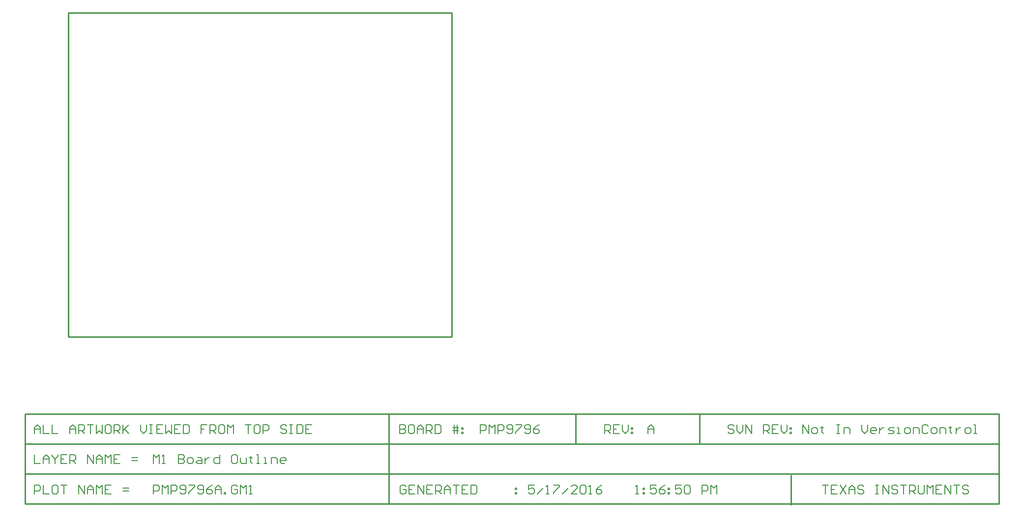
<source format=gm1>
G04 Layer_Color=11296232*
%FSAX25Y25*%
%MOIN*%
G70*
G01*
G75*
%ADD22C,0.01000*%
%ADD26C,0.00800*%
G54D22*
X0069200Y0153400D02*
X0329200D01*
Y0373400D01*
X0069200D02*
X0329200D01*
X0069200Y0153400D02*
Y0373400D01*
X0559400Y0039400D02*
Y0059683D01*
X0440500Y0040050D02*
X0700200D01*
Y0101050D01*
X0286500Y0040050D02*
Y0101050D01*
X0040000Y0040050D02*
Y0101050D01*
X0040050Y0040050D02*
X0197600D01*
X0040050D02*
Y0101050D01*
Y0101050D02*
X0700200D01*
X0040000Y0040050D02*
X0440500D01*
X0040000Y0060383D02*
X0700000D01*
X0040000Y0080717D02*
X0700200D01*
X0413200D02*
Y0101050D01*
X0497200Y0080717D02*
Y0101050D01*
G54D26*
X0126900Y0067551D02*
Y0073549D01*
X0128899Y0071549D01*
X0130899Y0073549D01*
Y0067551D01*
X0132898D02*
X0134897D01*
X0133898D01*
Y0073549D01*
X0132898Y0072549D01*
X0143895Y0073549D02*
Y0067551D01*
X0146894D01*
X0147893Y0068550D01*
Y0069550D01*
X0146894Y0070550D01*
X0143895D01*
X0146894D01*
X0147893Y0071549D01*
Y0072549D01*
X0146894Y0073549D01*
X0143895D01*
X0150892Y0067551D02*
X0152892D01*
X0153891Y0068550D01*
Y0070550D01*
X0152892Y0071549D01*
X0150892D01*
X0149893Y0070550D01*
Y0068550D01*
X0150892Y0067551D01*
X0156890Y0071549D02*
X0158890D01*
X0159889Y0070550D01*
Y0067551D01*
X0156890D01*
X0155891Y0068550D01*
X0156890Y0069550D01*
X0159889D01*
X0161889Y0071549D02*
Y0067551D01*
Y0069550D01*
X0162888Y0070550D01*
X0163888Y0071549D01*
X0164888D01*
X0171885Y0073549D02*
Y0067551D01*
X0168886D01*
X0167887Y0068550D01*
Y0070550D01*
X0168886Y0071549D01*
X0171885D01*
X0182882Y0073549D02*
X0180883D01*
X0179883Y0072549D01*
Y0068550D01*
X0180883Y0067551D01*
X0182882D01*
X0183882Y0068550D01*
Y0072549D01*
X0182882Y0073549D01*
X0185881Y0071549D02*
Y0068550D01*
X0186881Y0067551D01*
X0189880D01*
Y0071549D01*
X0192879Y0072549D02*
Y0071549D01*
X0191879D01*
X0193878D01*
X0192879D01*
Y0068550D01*
X0193878Y0067551D01*
X0196877D02*
X0198877D01*
X0197877D01*
Y0073549D01*
X0196877D01*
X0201876Y0067551D02*
X0203875D01*
X0202875D01*
Y0071549D01*
X0201876D01*
X0206874Y0067551D02*
Y0071549D01*
X0209873D01*
X0210873Y0070550D01*
Y0067551D01*
X0215871D02*
X0213872D01*
X0212872Y0068550D01*
Y0070550D01*
X0213872Y0071549D01*
X0215871D01*
X0216871Y0070550D01*
Y0069550D01*
X0212872D01*
X0580500Y0052965D02*
X0584499D01*
X0582499D01*
Y0046966D01*
X0590497Y0052965D02*
X0586498D01*
Y0046966D01*
X0590497D01*
X0586498Y0049966D02*
X0588497D01*
X0592496Y0052965D02*
X0596495Y0046966D01*
Y0052965D02*
X0592496Y0046966D01*
X0598494D02*
Y0050965D01*
X0600493Y0052965D01*
X0602493Y0050965D01*
Y0046966D01*
Y0049966D01*
X0598494D01*
X0608491Y0051965D02*
X0607491Y0052965D01*
X0605492D01*
X0604492Y0051965D01*
Y0050965D01*
X0605492Y0049966D01*
X0607491D01*
X0608491Y0048966D01*
Y0047966D01*
X0607491Y0046966D01*
X0605492D01*
X0604492Y0047966D01*
X0616488Y0052965D02*
X0618488D01*
X0617488D01*
Y0046966D01*
X0616488D01*
X0618488D01*
X0621487D02*
Y0052965D01*
X0625486Y0046966D01*
Y0052965D01*
X0631484Y0051965D02*
X0630484Y0052965D01*
X0628484D01*
X0627485Y0051965D01*
Y0050965D01*
X0628484Y0049966D01*
X0630484D01*
X0631484Y0048966D01*
Y0047966D01*
X0630484Y0046966D01*
X0628484D01*
X0627485Y0047966D01*
X0633483Y0052965D02*
X0637482D01*
X0635482D01*
Y0046966D01*
X0639481D02*
Y0052965D01*
X0642480D01*
X0643480Y0051965D01*
Y0049966D01*
X0642480Y0048966D01*
X0639481D01*
X0641480D02*
X0643480Y0046966D01*
X0645479Y0052965D02*
Y0047966D01*
X0646479Y0046966D01*
X0648478D01*
X0649478Y0047966D01*
Y0052965D01*
X0651477Y0046966D02*
Y0052965D01*
X0653476Y0050965D01*
X0655476Y0052965D01*
Y0046966D01*
X0661474Y0052965D02*
X0657475D01*
Y0046966D01*
X0661474D01*
X0657475Y0049966D02*
X0659474D01*
X0663473Y0046966D02*
Y0052965D01*
X0667472Y0046966D01*
Y0052965D01*
X0669471D02*
X0673470D01*
X0671471D01*
Y0046966D01*
X0679468Y0051965D02*
X0678468Y0052965D01*
X0676469D01*
X0675469Y0051965D01*
Y0050965D01*
X0676469Y0049966D01*
X0678468D01*
X0679468Y0048966D01*
Y0047966D01*
X0678468Y0046966D01*
X0676469D01*
X0675469Y0047966D01*
X0454050Y0046966D02*
X0456049D01*
X0455050D01*
Y0052965D01*
X0454050Y0051965D01*
X0459048Y0050965D02*
X0460048D01*
Y0049966D01*
X0459048D01*
Y0050965D01*
Y0047966D02*
X0460048D01*
Y0046966D01*
X0459048D01*
Y0047966D01*
X0468046Y0052965D02*
X0464047D01*
Y0049966D01*
X0466046Y0050965D01*
X0467046D01*
X0468046Y0049966D01*
Y0047966D01*
X0467046Y0046966D01*
X0465046D01*
X0464047Y0047966D01*
X0474044Y0052965D02*
X0472044Y0051965D01*
X0470045Y0049966D01*
Y0047966D01*
X0471044Y0046966D01*
X0473044D01*
X0474044Y0047966D01*
Y0048966D01*
X0473044Y0049966D01*
X0470045D01*
X0476043Y0050965D02*
X0477043D01*
Y0049966D01*
X0476043D01*
Y0050965D01*
Y0047966D02*
X0477043D01*
Y0046966D01*
X0476043D01*
Y0047966D01*
X0485040Y0052965D02*
X0481041D01*
Y0049966D01*
X0483041Y0050965D01*
X0484040D01*
X0485040Y0049966D01*
Y0047966D01*
X0484040Y0046966D01*
X0482041D01*
X0481041Y0047966D01*
X0487039Y0051965D02*
X0488039Y0052965D01*
X0490038D01*
X0491038Y0051965D01*
Y0047966D01*
X0490038Y0046966D01*
X0488039D01*
X0487039Y0047966D01*
Y0051965D01*
X0499035Y0046966D02*
Y0052965D01*
X0502035D01*
X0503034Y0051965D01*
Y0049966D01*
X0502035Y0048966D01*
X0499035D01*
X0505033Y0046966D02*
Y0052965D01*
X0507033Y0050965D01*
X0509032Y0052965D01*
Y0046966D01*
X0046350D02*
Y0052965D01*
X0049349D01*
X0050349Y0051965D01*
Y0049966D01*
X0049349Y0048966D01*
X0046350D01*
X0052348Y0052965D02*
Y0046966D01*
X0056347D01*
X0061345Y0052965D02*
X0059346D01*
X0058346Y0051965D01*
Y0047966D01*
X0059346Y0046966D01*
X0061345D01*
X0062345Y0047966D01*
Y0051965D01*
X0061345Y0052965D01*
X0064344D02*
X0068343D01*
X0066343D01*
Y0046966D01*
X0076340D02*
Y0052965D01*
X0080339Y0046966D01*
Y0052965D01*
X0082338Y0046966D02*
Y0050965D01*
X0084338Y0052965D01*
X0086337Y0050965D01*
Y0046966D01*
Y0049966D01*
X0082338D01*
X0088336Y0046966D02*
Y0052965D01*
X0090336Y0050965D01*
X0092335Y0052965D01*
Y0046966D01*
X0098333Y0052965D02*
X0094335D01*
Y0046966D01*
X0098333D01*
X0094335Y0049966D02*
X0096334D01*
X0106331Y0048966D02*
X0110329D01*
X0106331Y0050965D02*
X0110329D01*
X0046350Y0073549D02*
Y0067551D01*
X0050349D01*
X0052348D02*
Y0071549D01*
X0054347Y0073549D01*
X0056347Y0071549D01*
Y0067551D01*
Y0070550D01*
X0052348D01*
X0058346Y0073549D02*
Y0072549D01*
X0060346Y0070550D01*
X0062345Y0072549D01*
Y0073549D01*
X0060346Y0070550D02*
Y0067551D01*
X0068343Y0073549D02*
X0064344D01*
Y0067551D01*
X0068343D01*
X0064344Y0070550D02*
X0066343D01*
X0070342Y0067551D02*
Y0073549D01*
X0073341D01*
X0074341Y0072549D01*
Y0070550D01*
X0073341Y0069550D01*
X0070342D01*
X0072342D02*
X0074341Y0067551D01*
X0082338D02*
Y0073549D01*
X0086337Y0067551D01*
Y0073549D01*
X0088336Y0067551D02*
Y0071549D01*
X0090336Y0073549D01*
X0092335Y0071549D01*
Y0067551D01*
Y0070550D01*
X0088336D01*
X0094335Y0067551D02*
Y0073549D01*
X0096334Y0071549D01*
X0098333Y0073549D01*
Y0067551D01*
X0104331Y0073549D02*
X0100332D01*
Y0067551D01*
X0104331D01*
X0100332Y0070550D02*
X0102332D01*
X0112329Y0069550D02*
X0116327D01*
X0112329Y0071549D02*
X0116327D01*
X0294000Y0093831D02*
Y0087833D01*
X0296999D01*
X0297999Y0088833D01*
Y0089833D01*
X0296999Y0090832D01*
X0294000D01*
X0296999D01*
X0297999Y0091832D01*
Y0092832D01*
X0296999Y0093831D01*
X0294000D01*
X0302997D02*
X0300998D01*
X0299998Y0092832D01*
Y0088833D01*
X0300998Y0087833D01*
X0302997D01*
X0303997Y0088833D01*
Y0092832D01*
X0302997Y0093831D01*
X0305996Y0087833D02*
Y0091832D01*
X0307996Y0093831D01*
X0309995Y0091832D01*
Y0087833D01*
Y0090832D01*
X0305996D01*
X0311994Y0087833D02*
Y0093831D01*
X0314993D01*
X0315993Y0092832D01*
Y0090832D01*
X0314993Y0089833D01*
X0311994D01*
X0313994D02*
X0315993Y0087833D01*
X0317992Y0093831D02*
Y0087833D01*
X0320991D01*
X0321991Y0088833D01*
Y0092832D01*
X0320991Y0093831D01*
X0317992D01*
X0330988Y0087833D02*
Y0093831D01*
X0332987D02*
Y0087833D01*
X0329988Y0091832D02*
X0332987D01*
X0333987D01*
X0329988Y0089833D02*
X0333987D01*
X0335986Y0091832D02*
X0336986D01*
Y0090832D01*
X0335986D01*
Y0091832D01*
Y0088833D02*
X0336986D01*
Y0087833D01*
X0335986D01*
Y0088833D01*
X0348550Y0087833D02*
Y0093831D01*
X0351549D01*
X0352549Y0092832D01*
Y0090832D01*
X0351549Y0089833D01*
X0348550D01*
X0354548Y0087833D02*
Y0093831D01*
X0356547Y0091832D01*
X0358547Y0093831D01*
Y0087833D01*
X0360546D02*
Y0093831D01*
X0363545D01*
X0364545Y0092832D01*
Y0090832D01*
X0363545Y0089833D01*
X0360546D01*
X0366544Y0088833D02*
X0367544Y0087833D01*
X0369543D01*
X0370543Y0088833D01*
Y0092832D01*
X0369543Y0093831D01*
X0367544D01*
X0366544Y0092832D01*
Y0091832D01*
X0367544Y0090832D01*
X0370543D01*
X0372542Y0093831D02*
X0376541D01*
Y0092832D01*
X0372542Y0088833D01*
Y0087833D01*
X0378540Y0088833D02*
X0379540Y0087833D01*
X0381539D01*
X0382539Y0088833D01*
Y0092832D01*
X0381539Y0093831D01*
X0379540D01*
X0378540Y0092832D01*
Y0091832D01*
X0379540Y0090832D01*
X0382539D01*
X0388537Y0093831D02*
X0386538Y0092832D01*
X0384538Y0090832D01*
Y0088833D01*
X0385538Y0087833D01*
X0387537D01*
X0388537Y0088833D01*
Y0089833D01*
X0387537Y0090832D01*
X0384538D01*
X0462150Y0087833D02*
Y0091832D01*
X0464149Y0093831D01*
X0466149Y0091832D01*
Y0087833D01*
Y0090832D01*
X0462150D01*
X0046350Y0087833D02*
Y0091832D01*
X0048349Y0093831D01*
X0050349Y0091832D01*
Y0087833D01*
Y0090832D01*
X0046350D01*
X0052348Y0093831D02*
Y0087833D01*
X0056347D01*
X0058346Y0093831D02*
Y0087833D01*
X0062345D01*
X0070342D02*
Y0091832D01*
X0072342Y0093831D01*
X0074341Y0091832D01*
Y0087833D01*
Y0090832D01*
X0070342D01*
X0076340Y0087833D02*
Y0093831D01*
X0079339D01*
X0080339Y0092832D01*
Y0090832D01*
X0079339Y0089833D01*
X0076340D01*
X0078340D02*
X0080339Y0087833D01*
X0082338Y0093831D02*
X0086337D01*
X0084338D01*
Y0087833D01*
X0088336Y0093831D02*
Y0087833D01*
X0090336Y0089833D01*
X0092335Y0087833D01*
Y0093831D01*
X0097334D02*
X0095334D01*
X0094335Y0092832D01*
Y0088833D01*
X0095334Y0087833D01*
X0097334D01*
X0098333Y0088833D01*
Y0092832D01*
X0097334Y0093831D01*
X0100332Y0087833D02*
Y0093831D01*
X0103332D01*
X0104331Y0092832D01*
Y0090832D01*
X0103332Y0089833D01*
X0100332D01*
X0102332D02*
X0104331Y0087833D01*
X0106331Y0093831D02*
Y0087833D01*
Y0089833D01*
X0110329Y0093831D01*
X0107330Y0090832D01*
X0110329Y0087833D01*
X0118327Y0093831D02*
Y0089833D01*
X0120326Y0087833D01*
X0122325Y0089833D01*
Y0093831D01*
X0124325D02*
X0126324D01*
X0125324D01*
Y0087833D01*
X0124325D01*
X0126324D01*
X0133322Y0093831D02*
X0129323D01*
Y0087833D01*
X0133322D01*
X0129323Y0090832D02*
X0131323D01*
X0135321Y0093831D02*
Y0087833D01*
X0137321Y0089833D01*
X0139320Y0087833D01*
Y0093831D01*
X0145318D02*
X0141319D01*
Y0087833D01*
X0145318D01*
X0141319Y0090832D02*
X0143319D01*
X0147317Y0093831D02*
Y0087833D01*
X0150316D01*
X0151316Y0088833D01*
Y0092832D01*
X0150316Y0093831D01*
X0147317D01*
X0163312D02*
X0159313D01*
Y0090832D01*
X0161313D01*
X0159313D01*
Y0087833D01*
X0165312D02*
Y0093831D01*
X0168310D01*
X0169310Y0092832D01*
Y0090832D01*
X0168310Y0089833D01*
X0165312D01*
X0167311D02*
X0169310Y0087833D01*
X0174309Y0093831D02*
X0172309D01*
X0171310Y0092832D01*
Y0088833D01*
X0172309Y0087833D01*
X0174309D01*
X0175308Y0088833D01*
Y0092832D01*
X0174309Y0093831D01*
X0177308Y0087833D02*
Y0093831D01*
X0179307Y0091832D01*
X0181306Y0093831D01*
Y0087833D01*
X0189304Y0093831D02*
X0193303D01*
X0191303D01*
Y0087833D01*
X0198301Y0093831D02*
X0196301D01*
X0195302Y0092832D01*
Y0088833D01*
X0196301Y0087833D01*
X0198301D01*
X0199301Y0088833D01*
Y0092832D01*
X0198301Y0093831D01*
X0201300Y0087833D02*
Y0093831D01*
X0204299D01*
X0205299Y0092832D01*
Y0090832D01*
X0204299Y0089833D01*
X0201300D01*
X0217295Y0092832D02*
X0216295Y0093831D01*
X0214296D01*
X0213296Y0092832D01*
Y0091832D01*
X0214296Y0090832D01*
X0216295D01*
X0217295Y0089833D01*
Y0088833D01*
X0216295Y0087833D01*
X0214296D01*
X0213296Y0088833D01*
X0219294Y0093831D02*
X0221293D01*
X0220294D01*
Y0087833D01*
X0219294D01*
X0221293D01*
X0224292Y0093831D02*
Y0087833D01*
X0227291D01*
X0228291Y0088833D01*
Y0092832D01*
X0227291Y0093831D01*
X0224292D01*
X0234289D02*
X0230291D01*
Y0087833D01*
X0234289D01*
X0230291Y0090832D02*
X0232290D01*
X0298199Y0051965D02*
X0297199Y0052965D01*
X0295200D01*
X0294200Y0051965D01*
Y0047966D01*
X0295200Y0046966D01*
X0297199D01*
X0298199Y0047966D01*
Y0049966D01*
X0296199D01*
X0304197Y0052965D02*
X0300198D01*
Y0046966D01*
X0304197D01*
X0300198Y0049966D02*
X0302197D01*
X0306196Y0046966D02*
Y0052965D01*
X0310195Y0046966D01*
Y0052965D01*
X0316193D02*
X0312194D01*
Y0046966D01*
X0316193D01*
X0312194Y0049966D02*
X0314194D01*
X0318192Y0046966D02*
Y0052965D01*
X0321191D01*
X0322191Y0051965D01*
Y0049966D01*
X0321191Y0048966D01*
X0318192D01*
X0320192D02*
X0322191Y0046966D01*
X0324190D02*
Y0050965D01*
X0326190Y0052965D01*
X0328189Y0050965D01*
Y0046966D01*
Y0049966D01*
X0324190D01*
X0330188Y0052965D02*
X0334187D01*
X0332188D01*
Y0046966D01*
X0340185Y0052965D02*
X0336186D01*
Y0046966D01*
X0340185D01*
X0336186Y0049966D02*
X0338186D01*
X0342184Y0052965D02*
Y0046966D01*
X0345183D01*
X0346183Y0047966D01*
Y0051965D01*
X0345183Y0052965D01*
X0342184D01*
X0372175Y0050965D02*
X0373175D01*
Y0049966D01*
X0372175D01*
Y0050965D01*
Y0047966D02*
X0373175D01*
Y0046966D01*
X0372175D01*
Y0047966D01*
X0385149Y0052965D02*
X0381150D01*
Y0049966D01*
X0383149Y0050965D01*
X0384149D01*
X0385149Y0049966D01*
Y0047966D01*
X0384149Y0046966D01*
X0382150D01*
X0381150Y0047966D01*
X0387148Y0046966D02*
X0391147Y0050965D01*
X0393146Y0046966D02*
X0395146D01*
X0394146D01*
Y0052965D01*
X0393146Y0051965D01*
X0398145Y0052965D02*
X0402143D01*
Y0051965D01*
X0398145Y0047966D01*
Y0046966D01*
X0404143D02*
X0408141Y0050965D01*
X0414139Y0046966D02*
X0410141D01*
X0414139Y0050965D01*
Y0051965D01*
X0413140Y0052965D01*
X0411140D01*
X0410141Y0051965D01*
X0416139D02*
X0417138Y0052965D01*
X0419138D01*
X0420137Y0051965D01*
Y0047966D01*
X0419138Y0046966D01*
X0417138D01*
X0416139Y0047966D01*
Y0051965D01*
X0422137Y0046966D02*
X0424136D01*
X0423136D01*
Y0052965D01*
X0422137Y0051965D01*
X0431134Y0052965D02*
X0429135Y0051965D01*
X0427135Y0049966D01*
Y0047966D01*
X0428135Y0046966D01*
X0430134D01*
X0431134Y0047966D01*
Y0048966D01*
X0430134Y0049966D01*
X0427135D01*
X0126900Y0046966D02*
Y0052965D01*
X0129899D01*
X0130899Y0051965D01*
Y0049966D01*
X0129899Y0048966D01*
X0126900D01*
X0132898Y0046966D02*
Y0052965D01*
X0134897Y0050965D01*
X0136897Y0052965D01*
Y0046966D01*
X0138896D02*
Y0052965D01*
X0141895D01*
X0142895Y0051965D01*
Y0049966D01*
X0141895Y0048966D01*
X0138896D01*
X0144894Y0047966D02*
X0145894Y0046966D01*
X0147893D01*
X0148893Y0047966D01*
Y0051965D01*
X0147893Y0052965D01*
X0145894D01*
X0144894Y0051965D01*
Y0050965D01*
X0145894Y0049966D01*
X0148893D01*
X0150892Y0052965D02*
X0154891D01*
Y0051965D01*
X0150892Y0047966D01*
Y0046966D01*
X0156890Y0047966D02*
X0157890Y0046966D01*
X0159889D01*
X0160889Y0047966D01*
Y0051965D01*
X0159889Y0052965D01*
X0157890D01*
X0156890Y0051965D01*
Y0050965D01*
X0157890Y0049966D01*
X0160889D01*
X0166887Y0052965D02*
X0164888Y0051965D01*
X0162888Y0049966D01*
Y0047966D01*
X0163888Y0046966D01*
X0165887D01*
X0166887Y0047966D01*
Y0048966D01*
X0165887Y0049966D01*
X0162888D01*
X0168886Y0046966D02*
Y0050965D01*
X0170886Y0052965D01*
X0172885Y0050965D01*
Y0046966D01*
Y0049966D01*
X0168886D01*
X0174884Y0046966D02*
Y0047966D01*
X0175884D01*
Y0046966D01*
X0174884D01*
X0183882Y0051965D02*
X0182882Y0052965D01*
X0180883D01*
X0179883Y0051965D01*
Y0047966D01*
X0180883Y0046966D01*
X0182882D01*
X0183882Y0047966D01*
Y0049966D01*
X0181882D01*
X0185881Y0046966D02*
Y0052965D01*
X0187880Y0050965D01*
X0189880Y0052965D01*
Y0046966D01*
X0191879D02*
X0193878D01*
X0192879D01*
Y0052965D01*
X0191879Y0051965D01*
X0433000Y0087833D02*
Y0093831D01*
X0435999D01*
X0436999Y0092832D01*
Y0090832D01*
X0435999Y0089833D01*
X0433000D01*
X0434999D02*
X0436999Y0087833D01*
X0442997Y0093831D02*
X0438998D01*
Y0087833D01*
X0442997D01*
X0438998Y0090832D02*
X0440997D01*
X0444996Y0093831D02*
Y0089833D01*
X0446995Y0087833D01*
X0448995Y0089833D01*
Y0093831D01*
X0450994Y0091832D02*
X0451994D01*
Y0090832D01*
X0450994D01*
Y0091832D01*
Y0088833D02*
X0451994D01*
Y0087833D01*
X0450994D01*
Y0088833D01*
X0520799Y0092832D02*
X0519799Y0093831D01*
X0517800D01*
X0516800Y0092832D01*
Y0091832D01*
X0517800Y0090832D01*
X0519799D01*
X0520799Y0089833D01*
Y0088833D01*
X0519799Y0087833D01*
X0517800D01*
X0516800Y0088833D01*
X0522798Y0093831D02*
Y0089833D01*
X0524797Y0087833D01*
X0526797Y0089833D01*
Y0093831D01*
X0528796Y0087833D02*
Y0093831D01*
X0532795Y0087833D01*
Y0093831D01*
X0540792Y0087833D02*
Y0093831D01*
X0543791D01*
X0544791Y0092832D01*
Y0090832D01*
X0543791Y0089833D01*
X0540792D01*
X0542792D02*
X0544791Y0087833D01*
X0550789Y0093831D02*
X0546790D01*
Y0087833D01*
X0550789D01*
X0546790Y0090832D02*
X0548790D01*
X0552788Y0093831D02*
Y0089833D01*
X0554788Y0087833D01*
X0556787Y0089833D01*
Y0093831D01*
X0558786Y0091832D02*
X0559786D01*
Y0090832D01*
X0558786D01*
Y0091832D01*
Y0088833D02*
X0559786D01*
Y0087833D01*
X0558786D01*
Y0088833D01*
X0567400Y0087833D02*
Y0093831D01*
X0571399Y0087833D01*
Y0093831D01*
X0574398Y0087833D02*
X0576397D01*
X0577397Y0088833D01*
Y0090832D01*
X0576397Y0091832D01*
X0574398D01*
X0573398Y0090832D01*
Y0088833D01*
X0574398Y0087833D01*
X0580396Y0092832D02*
Y0091832D01*
X0579396D01*
X0581395D01*
X0580396D01*
Y0088833D01*
X0581395Y0087833D01*
X0590393Y0093831D02*
X0592392D01*
X0591392D01*
Y0087833D01*
X0590393D01*
X0592392D01*
X0595391D02*
Y0091832D01*
X0598390D01*
X0599390Y0090832D01*
Y0087833D01*
X0607387Y0093831D02*
Y0089833D01*
X0609386Y0087833D01*
X0611386Y0089833D01*
Y0093831D01*
X0616384Y0087833D02*
X0614385D01*
X0613385Y0088833D01*
Y0090832D01*
X0614385Y0091832D01*
X0616384D01*
X0617384Y0090832D01*
Y0089833D01*
X0613385D01*
X0619383Y0091832D02*
Y0087833D01*
Y0089833D01*
X0620383Y0090832D01*
X0621383Y0091832D01*
X0622382D01*
X0625381Y0087833D02*
X0628380D01*
X0629380Y0088833D01*
X0628380Y0089833D01*
X0626381D01*
X0625381Y0090832D01*
X0626381Y0091832D01*
X0629380D01*
X0631379Y0087833D02*
X0633379D01*
X0632379D01*
Y0091832D01*
X0631379D01*
X0637377Y0087833D02*
X0639377D01*
X0640376Y0088833D01*
Y0090832D01*
X0639377Y0091832D01*
X0637377D01*
X0636378Y0090832D01*
Y0088833D01*
X0637377Y0087833D01*
X0642376D02*
Y0091832D01*
X0645375D01*
X0646374Y0090832D01*
Y0087833D01*
X0652373Y0092832D02*
X0651373Y0093831D01*
X0649373D01*
X0648374Y0092832D01*
Y0088833D01*
X0649373Y0087833D01*
X0651373D01*
X0652373Y0088833D01*
X0655372Y0087833D02*
X0657371D01*
X0658371Y0088833D01*
Y0090832D01*
X0657371Y0091832D01*
X0655372D01*
X0654372Y0090832D01*
Y0088833D01*
X0655372Y0087833D01*
X0660370D02*
Y0091832D01*
X0663369D01*
X0664369Y0090832D01*
Y0087833D01*
X0667368Y0092832D02*
Y0091832D01*
X0666368D01*
X0668367D01*
X0667368D01*
Y0088833D01*
X0668367Y0087833D01*
X0671366Y0091832D02*
Y0087833D01*
Y0089833D01*
X0672366Y0090832D01*
X0673366Y0091832D01*
X0674365D01*
X0678364Y0087833D02*
X0680364D01*
X0681363Y0088833D01*
Y0090832D01*
X0680364Y0091832D01*
X0678364D01*
X0677364Y0090832D01*
Y0088833D01*
X0678364Y0087833D01*
X0683362D02*
X0685362D01*
X0684362D01*
Y0093831D01*
X0683362D01*
M02*

</source>
